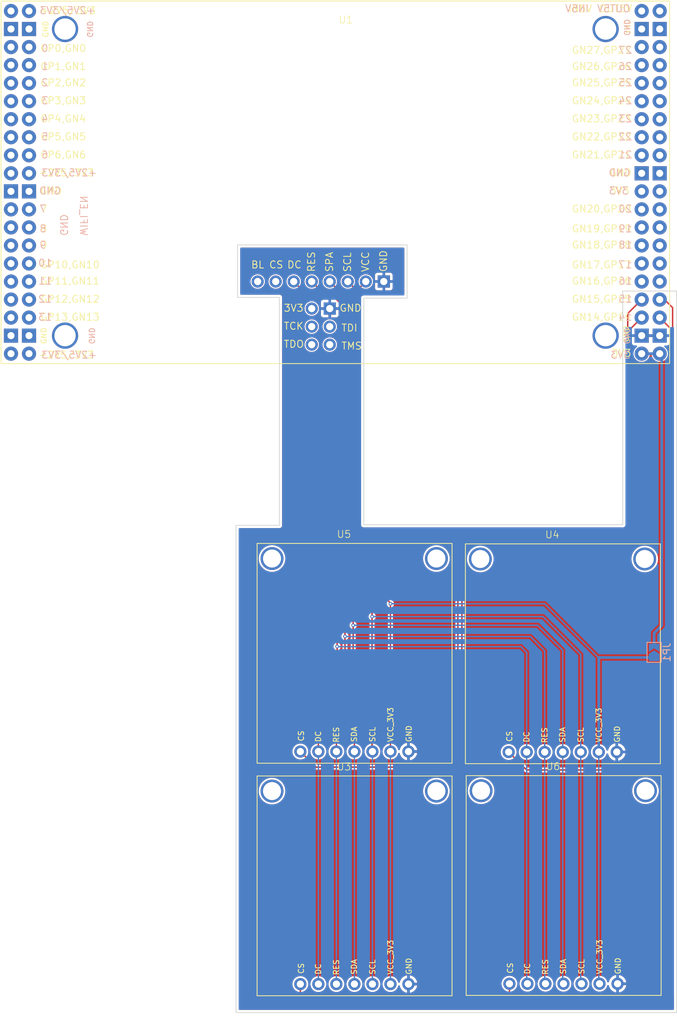
<source format=kicad_pcb>
(kicad_pcb (version 20240108) (generator "pcbnew") (generator_version "8.0")
  (layers (0 "F.Cu" signal) (31 "B.Cu" signal) (34 "B.Paste" user) (35 "F.Paste" user) (36 "B.SilkS" user "B.Silkscreen") (37 "F.SilkS" user "F.Silkscreen") (38 "B.Mask" user) (39 "F.Mask" user) (44 "Edge.Cuts" user))
  (net 0 "")
  (net 1 "GND")
  (net 14 "Net-(JP1-B)")
  (net 21 "OLED_CS_3")
  (net 29 "OLED_DC")
  (net 31 "OLED_CS_1")
  (net 32 "OLED_RST")
  (net 33 "OLED_MOSI")
  (net 36 "OLED_VCC")
  (net 41 "OLED_CS_2")
  (net 43 "OLED_SCK")
  (net 79 "OLED_CS_4")
  (footprint "Kicad Parts:OLED 0.95in 96x128 SPI_No_Bottom_Drill_Holes" (layer "F.Cu") (at 88.661 146.2208)
    (property "Reference" "U3" (at 12.1412 -1.4224 0) (layer "F.SilkS") (effects (font (thickness 0.1))))
    (property "Value" "OLED #3")
    (fp_line (start -0.1016 -0.127) (end -0.1016 30.827) (stroke (width 0.12)) (layer "F.SilkS"))
    (fp_line (start 27.351 -0.127) (end -0.1016 -0.127) (stroke (width 0.12)) (layer "F.SilkS"))
    (fp_line (start 27.351 30.827) (end -0.1016 30.827) (stroke (width 0.12)) (layer "F.SilkS"))
    (fp_line (start 27.3764 30.827) (end 27.3764 -0.127) (stroke (width 0.12)) (layer "F.SilkS"))
    (fp_text user "VCC_3V3" (at 19.1516 27.9146 90) (layer "F.SilkS") (effects (font (size 0.762 0.762) (thickness 0.127) (bold yes)) (justify left bottom)))
    (fp_text user "SDA" (at 14.0208 27.9146 90) (layer "F.SilkS") (effects (font (size 0.762 0.762) (thickness 0.127) (bold yes)) (justify left bottom)))
    (fp_text user "RES" (at 11.5062 27.9908 90) (layer "F.SilkS") (effects (font (size 0.762 0.762) (thickness 0.127) (bold yes)) (justify left bottom)))
    (fp_text user "DC" (at 8.9662 27.9146 90) (layer "F.SilkS") (effects (font (size 0.762 0.762) (thickness 0.127) (bold yes)) (justify left bottom)))
    (fp_text user "CS" (at 6.5532 27.813 90) (layer "F.SilkS") (effects (font (size 0.762 0.762) (thickness 0.127) (bold yes)) (justify left bottom)))
    (fp_text user "GND" (at 21.7424 27.9146 90) (layer "F.SilkS") (effects (font (size 0.762 0.762) (thickness 0.127) (bold yes)) (justify left bottom)))
    (fp_text user "SCL" (at 16.6116 27.9146 90) (layer "F.SilkS") (effects (font (size 0.762 0.762) (thickness 0.127) (bold yes)) (justify left bottom)))
    (pad "" np_thru_hole circle (at 2 2 270) (size 3.24 3.24) (drill 2.54) (layers "*.Cu" "*.Mask"))
    (pad "" np_thru_hole circle (at 25.174 2 270) (size 3.24 3.24) (drill 2.54) (layers "*.Cu" "*.Mask"))
    (pad "1" thru_hole oval (at 5.9944 29.183) (size 1.7272 1.7272) (drill 1.016) (layers "*.Cu" "*.Mask") (net 21 "OLED_CS_3"))
    (pad "2" thru_hole oval (at 8.5344 29.183) (size 1.7272 1.7272) (drill 1.016) (layers "*.Cu" "*.Mask") (net 29 "OLED_DC"))
    (pad "3" thru_hole oval (at 11.0744 29.183) (size 1.7272 1.7272) (drill 1.016) (layers "*.Cu" "*.Mask") (net 32 "OLED_RST"))
    (pad "4" thru_hole oval (at 13.6144 29.183) (size 1.7272 1.7272) (drill 1.016) (layers "*.Cu" "*.Mask") (net 33 "OLED_MOSI"))
    (pad "5" thru_hole oval (at 16.1544 29.183) (size 1.7272 1.7272) (drill 1.016) (layers "*.Cu" "*.Mask") (net 43 "OLED_SCK"))
    (pad "6" thru_hole oval (at 18.6944 29.183) (size 1.7272 1.7272) (drill 1.016) (layers "*.Cu" "*.Mask") (net 36 "OLED_VCC"))
    (pad "7" thru_hole oval (at 21.2344 29.183) (size 1.7272 1.7272) (drill 1.016) (layers "*.Cu" "*.Mask") (net 1 "GND"))
  )
  (footprint "Kicad Parts:OLED 0.95in 96x128 SPI_No_Bottom_Drill_Holes" (layer "F.Cu") (at 118.0235 113.5354)
    (property "Reference" "U4" (at 12.1412 -1.4224 0) (layer "F.SilkS") (effects (font (thickness 0.1))))
    (property "Value" "OLED #2")
    (fp_line (start -0.1016 -0.127) (end -0.1016 30.827) (stroke (width 0.12)) (layer "F.SilkS"))
    (fp_line (start 27.351 -0.127) (end -0.1016 -0.127) (stroke (width 0.12)) (layer "F.SilkS"))
    (fp_line (start 27.351 30.827) (end -0.1016 30.827) (stroke (width 0.12)) (layer "F.SilkS"))
    (fp_line (start 27.3764 30.827) (end 27.3764 -0.127) (stroke (width 0.12)) (layer "F.SilkS"))
    (fp_text user "SDA" (at 14.0208 27.9146 90) (layer "F.SilkS") (effects (font (size 0.762 0.762) (thickness 0.127) (bold yes)) (justify left bottom)))
    (fp_text user "SCL" (at 16.6116 27.9146 90) (layer "F.SilkS") (effects (font (size 0.762 0.762) (thickness 0.127) (bold yes)) (justify left bottom)))
    (fp_text user "VCC_3V3" (at 19.1516 27.9146 90) (layer "F.SilkS") (effects (font (size 0.762 0.762) (thickness 0.127) (bold yes)) (justify left bottom)))
    (fp_text user "CS" (at 6.5532 27.813 90) (layer "F.SilkS") (effects (font (size 0.762 0.762) (thickness 0.127) (bold yes)) (justify left bottom)))
    (fp_text user "DC" (at 8.9662 27.9146 90) (layer "F.SilkS") (effects (font (size 0.762 0.762) (thickness 0.127) (bold yes)) (justify left bottom)))
    (fp_text user "GND" (at 21.7424 27.9146 90) (layer "F.SilkS") (effects (font (size 0.762 0.762) (thickness 0.127) (bold yes)) (justify left bottom)))
    (fp_text user "RES" (at 11.5062 27.9908 90) (layer "F.SilkS") (effects (font (size 0.762 0.762) (thickness 0.127) (bold yes)) (justify left bottom)))
    (pad "" np_thru_hole circle (at 2 2 270) (size 3.24 3.24) (drill 2.54) (layers "F&B.Cu" "*.Mask"))
    (pad "" np_thru_hole circle (at 25.174 2 270) (size 3.24 3.24) (drill 2.54) (layers "F&B.Cu" "*.Mask"))
    (pad "1" thru_hole oval (at 5.9944 29.183) (size 1.7272 1.7272) (drill 1.016) (layers "*.Cu" "*.Mask") (net 41 "OLED_CS_2"))
    (pad "2" thru_hole oval (at 8.5344 29.183) (size 1.7272 1.7272) (drill 1.016) (layers "*.Cu" "*.Mask") (net 29 "OLED_DC"))
    (pad "3" thru_hole oval (at 11.0744 29.183) (size 1.7272 1.7272) (drill 1.016) (layers "*.Cu" "*.Mask") (net 32 "OLED_RST"))
    (pad "4" thru_hole oval (at 13.6144 29.183) (size 1.7272 1.7272) (drill 1.016) (layers "*.Cu" "*.Mask") (net 33 "OLED_MOSI"))
    (pad "5" thru_hole oval (at 16.1544 29.183) (size 1.7272 1.7272) (drill 1.016) (layers "*.Cu" "*.Mask") (net 43 "OLED_SCK"))
    (pad "6" thru_hole oval (at 18.6944 29.183) (size 1.7272 1.7272) (drill 1.016) (layers "*.Cu" "*.Mask") (net 36 "OLED_VCC"))
    (pad "7" thru_hole oval (at 21.2344 29.183) (size 1.7272 1.7272) (drill 1.016) (layers "*.Cu" "*.Mask") (net 1 "GND"))
  )
  (footprint "Kicad Parts:OLED 0.95in 96x128 SPI_No_Bottom_Drill_Holes" (layer "F.Cu") (at 88.661 113.4708)
    (property "Reference" "U5" (at 12.1412 -1.4224 0) (layer "F.SilkS") (effects (font (thickness 0.1))))
    (property "Value" "OLED #1")
    (fp_line (start -0.1016 -0.127) (end -0.1016 30.827) (stroke (width 0.12)) (layer "F.SilkS"))
    (fp_line (start 27.351 -0.127) (end -0.1016 -0.127) (stroke (width 0.12)) (layer "F.SilkS"))
    (fp_line (start 27.351 30.827) (end -0.1016 30.827) (stroke (width 0.12)) (layer "F.SilkS"))
    (fp_line (start 27.3764 30.827) (end 27.3764 -0.127) (stroke (width 0.12)) (layer "F.SilkS"))
    (fp_text user "SDA" (at 14.0208 27.9146 90) (layer "F.SilkS") (effects (font (size 0.762 0.762) (thickness 0.127) (bold yes)) (justify left bottom)))
    (fp_text user "GND" (at 21.7424 27.9146 90) (layer "F.SilkS") (effects (font (size 0.762 0.762) (thickness 0.127) (bold yes)) (justify left bottom)))
    (fp_text user "CS" (at 6.5532 27.813 90) (layer "F.SilkS") (effects (font (size 0.762 0.762) (thickness 0.127) (bold yes)) (justify left bottom)))
    (fp_text user "DC" (at 8.9662 27.9146 90) (layer "F.SilkS") (effects (font (size 0.762 0.762) (thickness 0.127) (bold yes)) (justify left bottom)))
    (fp_text user "RES" (at 11.5062 27.9908 90) (layer "F.SilkS") (effects (font (size 0.762 0.762) (thickness 0.127) (bold yes)) (justify left bottom)))
    (fp_text user "VCC_3V3" (at 19.1516 27.9146 90) (layer "F.SilkS") (effects (font (size 0.762 0.762) (thickness 0.127) (bold yes)) (justify left bottom)))
    (fp_text user "SCL" (at 16.6116 27.9146 90) (layer "F.SilkS") (effects (font (size 0.762 0.762) (thickness 0.127) (bold yes)) (justify left bottom)))
    (pad "" np_thru_hole circle (at 2 2 270) (size 3.24 3.24) (drill 2.54) (layers "*.Cu" "*.Mask"))
    (pad "" np_thru_hole circle (at 25.174 2 270) (size 3.24 3.24) (drill 2.54) (layers "*.Cu" "*.Mask"))
    (pad "1" thru_hole oval (at 5.9944 29.183) (size 1.7272 1.7272) (drill 1.016) (layers "*.Cu" "*.Mask") (net 31 "OLED_CS_1"))
    (pad "2" thru_hole oval (at 8.5344 29.183) (size 1.7272 1.7272) (drill 1.016) (layers "*.Cu" "*.Mask") (net 29 "OLED_DC"))
    (pad "3" thru_hole oval (at 11.0744 29.183) (size 1.7272 1.7272) (drill 1.016) (layers "*.Cu" "*.Mask") (net 32 "OLED_RST"))
    (pad "4" thru_hole oval (at 13.6144 29.183) (size 1.7272 1.7272) (drill 1.016) (layers "*.Cu" "*.Mask") (net 33 "OLED_MOSI"))
    (pad "5" thru_hole oval (at 16.1544 29.183) (size 1.7272 1.7272) (drill 1.016) (layers "*.Cu" "*.Mask") (net 43 "OLED_SCK"))
    (pad "6" thru_hole oval (at 18.6944 29.183) (size 1.7272 1.7272) (drill 1.016) (layers "*.Cu" "*.Mask") (net 36 "OLED_VCC"))
    (pad "7" thru_hole oval (at 21.2344 29.183) (size 1.7272 1.7272) (drill 1.016) (layers "*.Cu" "*.Mask") (net 1 "GND"))
  )
  (footprint "Kicad Parts:ULX3S" (layer "F.Cu") (at 52.5974 37.09)
    (property "Reference" "U1" (at 48.4652 2.52 0) (layer "F.SilkS") (effects (font (thickness 0.1))))
    (property "Value" "ULX3S")
    (fp_line (start -0.127 0) (end -0.127 50.8) (stroke (width 0.12)) (layer "F.SilkS"))
    (fp_line (start 94.107 -0.127) (end -0.127 -0.127) (stroke (width 0.12)) (layer "F.SilkS"))
    (fp_line (start 94.107 0) (end 94.107 50.8) (stroke (width 0.12)) (layer "F.SilkS"))
    (fp_line (start 94.107 50.927) (end -0.127 50.927) (stroke (width 0.12)) (layer "F.SilkS"))
    (fp_text user "22" (at 88.9 19.558 0) (layer "B.SilkS") (effects (font (thickness 0.127)) (justify left bottom mirror)))
    (fp_text user "2" (at 6.604 11.938 0) (layer "B.SilkS") (effects (font (thickness 0.127)) (justify left bottom mirror)))
    (fp_text user "19" (at 88.9 32.512 0) (layer "B.SilkS") (effects (font (thickness 0.127)) (justify left bottom mirror)))
    (fp_text user "GND" (at 87.63 48.26 -90) (layer "B.SilkS") (effects (font (size 0.762 0.762) (thickness 0.127) (bold yes)) (justify left bottom mirror)))
    (fp_text user "14" (at 88.9 44.958 0) (layer "B.SilkS") (effects (font (thickness 0.127)) (justify left bottom mirror)))
    (fp_text user "18" (at 88.9 34.798 0) (layer "B.SilkS") (effects (font (thickness 0.127)) (justify left bottom mirror)))
    (fp_text user "13" (at 7.112 44.958 0) (layer "B.SilkS") (effects (font (thickness 0.127)) (justify left bottom mirror)))
    (fp_text user "GND" (at 11.938 5.08 -90) (layer "B.SilkS") (effects (font (size 0.762 0.762) (thickness 0.127) (bold yes)) (justify left bottom mirror)))
    (fp_text user "GND" (at 88.646 24.638 0) (layer "B.SilkS") (effects (font (thickness 0.127)) (justify left bottom mirror)))
    (fp_text user "15" (at 88.9 42.418 0) (layer "B.SilkS") (effects (font (thickness 0.127)) (justify left bottom mirror)))
    (fp_text user "9" (at 6.35 34.798 0) (layer "B.SilkS") (effects (font (thickness 0.127)) (justify left bottom mirror)))
    (fp_text user "20" (at 88.9 29.718 0) (layer "B.SilkS") (effects (font (thickness 0.127)) (justify left bottom mirror)))
    (fp_text user "1" (at 6.604 9.652 0) (layer "B.SilkS") (effects (font (thickness 0.127)) (justify left bottom mirror)))
    (fp_text user "11" (at 7.112 39.878 0) (layer "B.SilkS") (effects (font (thickness 0.127)) (justify left bottom mirror)))
    (fp_text user "16" (at 88.9 39.878 0) (layer "B.SilkS") (effects (font (thickness 0.127)) (justify left bottom mirror)))
    (fp_text user "GND" (at 8.382 27.178 0) (layer "B.SilkS") (effects (font (thickness 0.127)) (justify left bottom mirror)))
    (fp_text user "8" (at 6.35 32.512 0) (layer "B.SilkS") (effects (font (thickness 0.127)) (justify left bottom mirror)))
    (fp_text user "3V3" (at 88.646 50.292 0) (layer "B.SilkS") (effects (font (thickness 0.127)) (justify left bottom mirror)))
    (fp_text user "3V3" (at 88.392 27.178 0) (layer "B.SilkS") (effects (font (thickness 0.127)) (justify left bottom mirror)))
    (fp_text user "+2V5/3V3" (at 13.462 24.638 0) (layer "B.SilkS") (effects (font (thickness 0.127)) (justify left bottom mirror)))
    (fp_text user "3" (at 6.604 14.478 0) (layer "B.SilkS") (effects (font (thickness 0.127)) (justify left bottom mirror)))
    (fp_text user "7" (at 6.35 29.718 0) (layer "B.SilkS") (effects (font (thickness 0.127)) (justify left bottom mirror)))
    (fp_text user "5" (at 6.604 19.558 0) (layer "B.SilkS") (effects (font (thickness 0.127)) (justify left bottom mirror)))
    (fp_text user "27" (at 88.9 7.366 0) (layer "B.SilkS") (effects (font (thickness 0.127)) (justify left bottom mirror)))
    (fp_text user "25" (at 88.9 11.938 0) (layer "B.SilkS") (effects (font (thickness 0.127)) (justify left bottom mirror)))
    (fp_text user "12" (at 7.112 42.418 0) (layer "B.SilkS") (effects (font (thickness 0.127)) (justify left bottom mirror)))
    (fp_text user "OUT5V" (at 88.646 1.524 0) (layer "B.SilkS") (effects (font (thickness 0.127)) (justify left bottom mirror)))
    (fp_text user "10" (at 7.112 37.338 0) (layer "B.SilkS") (effects (font (thickness 0.127)) (justify left bottom mirror)))
    (fp_text user "6" (at 6.604 22.098 0) (layer "B.SilkS") (effects (font (thickness 0.127)) (justify left bottom mirror)))
    (fp_text user "GND" (at 8.128 33.02 -90) (layer "B.SilkS") (effects (font (thickness 0.127)) (justify left bottom mirror)))
    (fp_text user "GND" (at 12.192 48.26 -90) (layer "B.SilkS") (effects (font (size 0.762 0.762) (thickness 0.127) (bold yes)) (justify left bottom mirror)))
    (fp_text user "GND" (at 87.63 4.826 -90) (layer "B.SilkS") (effects (font (size 0.762 0.762) (thickness 0.127) (bold yes)) (justify left bottom mirror)))
    (fp_text user "WIFI_EN" (at 10.922 33.02 -90) (layer "B.SilkS") (effects (font (thickness 0.127)) (justify left bottom mirror)))
    (fp_text user "23" (at 88.9 17.018 0) (layer "B.SilkS") (effects (font (thickness 0.127)) (justify left bottom mirror)))
    (fp_text user "4" (at 6.604 17.018 0) (layer "B.SilkS") (effects (font (thickness 0.127)) (justify left bottom mirror)))
    (fp_text user "IN5V" (at 82.804 1.524 0) (layer "B.SilkS") (effects (font (thickness 0.127)) (justify left bottom mirror)))
    (fp_text user "17" (at 88.9 37.592 0) (layer "B.SilkS") (effects (font (thickness 0.127)) (justify left bottom mirror)))
    (fp_text user "+2V5/3V3" (at 13.462 50.292 0) (layer "B.SilkS") (effects (font (thickness 0.127)) (justify left bottom mirror)))
    (fp_text user "21" (at 88.9 22.098 0) (layer "B.SilkS") (effects (font (thickness 0.127)) (justify left bottom mirror)))
    (fp_text user "0" (at 6.604 7.112 0) (layer "B.SilkS") (effects (font (thickness 0.127)) (justify left bottom mirror)))
    (fp_text user "+2V5/3V3" (at 13.208 1.778 0) (layer "B.SilkS") (effects (font (thickness 0.127)) (justify left bottom mirror)))
    (fp_text user "24" (at 88.9 14.478 0) (layer "B.SilkS") (effects (font (thickness 0.127)) (justify left bottom mirror)))
    (fp_text user "26" (at 88.9 9.652 0) (layer "B.SilkS") (effects (font (thickness 0.127)) (justify left bottom mirror)))
    (fp_text user "OUT5V" (at 84.074 1.524 0) (layer "F.SilkS") (effects (font (thickness 0.127)) (justify left bottom)))
    (fp_text user "7" (at 5.334 29.718 0) (layer "F.SilkS") (effects (font (thickness 0.127)) (justify left bottom)))
    (fp_text user "DC" (at 40.132 37.592 0) (layer "F.SilkS") (effects (font (thickness 0.127)) (justify left bottom)))
    (fp_text user "RES" (at 44.196 38.1 90) (layer "F.SilkS") (effects (font (thickness 0.127)) (justify left bottom)))
    (fp_text user "BL" (at 35.052 37.592 0) (layer "F.SilkS") (effects (font (thickness 0.127)) (justify left bottom)))
    (fp_text user "GP10,GN10" (at 5.334 37.592 0) (layer "F.SilkS") (effects (font (thickness 0.127)) (justify left bottom)))
    (fp_text user "GN22,GP22" (at 80.264 19.558 0) (layer "F.SilkS") (effects (font (thickness 0.127)) (justify left bottom)))
    (fp_text user "GND" (at 88.646 4.826 90) (layer "F.SilkS") (effects (font (size 0.762 0.762) (thickness 0.127) (bold yes)) (justify left bottom)))
    (fp_text user "CS" (at 37.592 37.592 0) (layer "F.SilkS") (effects (font (thickness 0.127)) (justify left bottom)))
    (fp_text user "GND" (at 85.598 24.638 0) (layer "F.SilkS") (effects (font (thickness 0.127)) (justify left bottom)))
    (fp_text user "+2V5/3V3" (at 5.08 50.292 0) (layer "F.SilkS") (effects (font (thickness 0.127)) (justify left bottom)))
    (fp_text user "9" (at 5.334 34.798 0) (layer "F.SilkS") (effects (font (thickness 0.127)) (justify left bottom)))
    (fp_text user "GND" (at 47.5234 43.688 0) (layer "F.SilkS") (effects (font (thickness 0.127)) (justify left bottom)))
    (fp_text user "GND" (at 54.356 38.1 90) (layer "F.SilkS") (effects (font (thickness 0.127)) (justify left bottom)))
    (fp_text user "GN27,GP27" (at 80.264 7.366 0) (layer "F.SilkS") (effects (font (thickness 0.127)) (justify left bottom)))
    (fp_text user "GN15,GP15" (at 80.264 42.418 0) (layer "F.SilkS") (effects (font (thickness 0.127)) (justify left bottom)))
    (fp_text user "GN26,GP26" (at 80.264 9.652 0) (layer "F.SilkS") (effects (font (thickness 0.127)) (justify left bottom)))
    (fp_text user "GP11,GN11" (at 5.334 39.878 0) (layer "F.SilkS") (effects (font (thickness 0.127)) (justify left bottom)))
    (fp_text user "GP6,GN6" (at 5.334 22.098 0) (layer "F.SilkS") (effects (font (thickness 0.127)) (justify left bottom)))
    (fp_text user "TDI" (at 47.7774 46.482 0) (layer "F.SilkS") (effects (font (thickness 0.127)) (justify left bottom)))
    (fp_text user "GP3,GN3" (at 5.334 14.478 0) (layer "F.SilkS") (effects (font (thickness 0.127)) (justify left bottom)))
    (fp_text user "SPA" (at 46.736 38.1 90) (layer "F.SilkS") (effects (font (thickness 0.127)) (justify left bottom)))
    (fp_text user "GN17,GP17" (at 80.264 37.592 0) (layer "F.SilkS") (effects (font (thickness 0.127)) (justify left bottom)))
    (fp_text user "GN19,GP19" (at 80.264 32.512 0) (layer "F.SilkS") (effects (font (thickness 0.127)) (justify left bottom)))
    (fp_text user "3V3" (at 85.852 50.038 0) (layer "F.SilkS") (effects (font (thickness 0.127)) (justify left bottom)))
    (fp_text user "GN25,GP25" (at 80.264 11.938 0) (layer "F.SilkS") (effects (font (thickness 0.127)) (justify left bottom)))
    (fp_text user "GN23,GP23" (at 80.264 17.018 0) (layer "F.SilkS") (effects (font (thickness 0.127)) (justify left bottom)))
    (fp_text user "+2V5/3V3" (at 5.334 1.778 0) (layer "F.SilkS") (effects (font (thickness 0.127)) (justify left bottom)))
    (fp_text user "TMS" (at 47.7774 49.022 0) (layer "F.SilkS") (effects (font (thickness 0.127)) (justify left bottom)))
    (fp_text user "GN21,GP21" (at 80.264 22.098 0) (layer "F.SilkS") (effects (font (thickness 0.127)) (justify left bottom)))
    (fp_text user "SCL" (at 49.276 38.1 90) (layer "F.SilkS") (effects (font (thickness 0.127)) (justify left bottom)))
    (fp_text user "GP0,GN0" (at 5.334 7.112 0) (layer "F.SilkS") (effects (font (thickness 0.127)) (justify left bottom)))
    (fp_text user "3V3" (at 85.598 27.178 0) (layer "F.SilkS") (effects (font (thickness 0.127)) (justify left bottom)))
    (fp_text user "GND" (at 5.334 27.178 0) (layer "F.SilkS") (effects (font (thickness 0.127)) (justify left bottom)))
    (fp_text user "GND" (at 6.604 5.08 90) (layer "F.SilkS") (effects (font (size 0.762 0.762) (thickness 0.127) (bold yes)) (justify left bottom)))
    (fp_text user "GN14,GP14" (at 80.264 44.958 0) (layer "F.SilkS") (effects (font (thickness 0.127)) (justify left bottom)))
    (fp_text user "GP5,GN5" (at 5.334 19.558 0) (layer "F.SilkS") (effects (font (thickness 0.127)) (justify left bottom)))
    (fp_text user "VCC" (at 51.816 38.1 90) (layer "F.SilkS") (effects (font (thickness 0.127)) (justify left bottom)))
    (fp_text user "3V3" (at 39.6494 43.688 0) (layer "F.SilkS") (effects (font (thickness 0.127)) (justify left bottom)))
    (fp_text user "GND" (at 88.392 48.006 90) (layer "F.SilkS") (effects (font (size 0.762 0.762) (thickness 0.127) (bold yes)) (justify left bottom)))
    (fp_text user "GN16,GP16" (at 80.264 39.878 0) (layer "F.SilkS") (effects (font (thickness 0.127)) (justify left bottom)))
    (fp_text user "GP4,GN4" (at 5.334 17.018 0) (layer "F.SilkS") (effects (font (thickness 0.127)) (justify left bottom)))
    (fp_text user "GP12,GN12" (at 5.334 42.418 0) (layer "F.SilkS") (effects (font (thickness 0.127)) (justify left bottom)))
    (fp_text user "TCK" (at 39.6494 46.228 0) (layer "F.SilkS") (effects (font (thickness 0.127)) (justify left bottom)))
    (fp_text user "8" (at 5.334 32.512 0) (layer "F.SilkS") (effects (font (thickness 0.127)) (justify left bottom)))
    (fp_text user "GP13,GN13" (at 5.334 44.958 0) (layer "F.SilkS") (effects (font (thickness 0.127)) (justify left bottom)))
    (fp_text user "GN20,GP20" (at 80.264 29.718 0) (layer "F.SilkS") (effects (font (thickness 0.127)) (justify left bottom)))
    (fp_text user "GN24,GP24" (at 80.264 14.478 0) (layer "F.SilkS") (effects (font (thickness 0.127)) (justify left bottom)))
    (fp_text user "IN5V" (at 79.756 1.524 0) (layer "F.SilkS") (effects (font (thickness 0.127)) (justify left bottom)))
    (fp_text user "+2V5/3V3" (at 5.08 24.638 0) (layer "F.SilkS") (effects (font (thickness 0.127)) (justify left bottom)))
    (fp_text user "GN18,GP18" (at 80.264 34.798 0) (layer "F.SilkS") (effects (font (thickness 0.127)) (justify left bottom)))
    (fp_text user "GND" (at 6.35 48.26 90) (layer "F.SilkS") (effects (font (size 0.762 0.762) (thickness 0.127) (bold yes)) (justify left bottom)))
    (fp_text user "TDO" (at 39.6494 48.768 0) (layer "F.SilkS") (effects (font (thickness 0.127)) (justify left bottom)))
    (fp_text user "GP2,GN2" (at 5.334 11.938 0) (layer "F.SilkS") (effects (font (thickness 0.127)) (justify left bottom)))
    (fp_text user "GP1,GN1" (at 5.334 9.652 0) (layer "F.SilkS") (effects (font (thickness 0.127)) (justify left bottom)))
    (pad "" np_thru_hole circle (at 8.89 3.81 270) (size 3.7 3.7) (drill 3) (layers "*.Cu" "*.Mask"))
    (pad "" np_thru_hole circle (at 8.89 46.99 270) (size 3.7 3.7) (drill 3) (layers "*.Cu" "*.Mask"))
    (pad "" np_thru_hole circle (at 85.09 3.81 90) (size 3.7 3.7) (drill 3) (layers "*.Cu" "*.Mask"))
    (pad "" np_thru_hole circle (at 85.09 46.99 90) (size 3.7 3.7) (drill 3) (layers "*.Cu" "*.Mask"))
    (pad "1" thru_hole oval (at 1.27 1.27) (size 2.00025 2.00025) (drill 0.999998) (layers "*.Cu" "*.Mask"))
    (pad "2" thru_hole oval (at 3.81 1.27) (size 2.00025 2.00025) (drill 0.999998) (layers "*.Cu" "*.Mask"))
    (pad "3" thru_hole rect (at 1.27 3.81) (size 2.00025 2.00025) (drill 0.999998) (layers "*.Cu" "*.Mask") (net 1 "GND"))
    (pad "4" thru_hole rect (at 3.81 3.81) (size 2.00025 2.00025) (drill 0.999998) (layers "*.Cu" "*.Mask") (net 1 "GND"))
    (pad "5" thru_hole oval (at 1.27 6.35) (size 2.00025 2.00025) (drill 0.999998) (layers "*.Cu" "*.Mask"))
    (pad "6" thru_hole oval (at 3.81 6.35) (size 2.00025 2.00025) (drill 0.999998) (layers "*.Cu" "*.Mask"))
    (pad "7" thru_hole oval (at 1.27 8.89) (size 2.00025 2.00025) (drill 0.999998) (layers "*.Cu" "*.Mask"))
    (pad "8" thru_hole oval (at 3.81 8.89) (size 2.00025 2.00025) (drill 0.999998) (layers "*.Cu" "*.Mask"))
    (pad "9" thru_hole oval (at 1.27 11.43) (size 2.00025 2.00025) (drill 0.999998) (layers "*.Cu" "*.Mask"))
    (pad "10" thru_hole oval (at 3.81 11.43) (size 2.00025 2.00025) (drill 0.999998) (layers "*.Cu" "*.Mask"))
    (pad "11" thru_hole oval (at 1.27 13.97) (size 2.00025 2.00025) (drill 0.999998) (layers "*.Cu" "*.Mask"))
    (pad "12" thru_hole oval (at 3.81 13.97) (size 2.00025 2.00025) (drill 0.999998) (layers "*.Cu" "*.Mask"))
    (pad "13" thru_hole oval (at 1.27 16.51) (size 2.00025 2.00025) (drill 0.999998) (layers "*.Cu" "*.Mask"))
    (pad "14" thru_hole oval (at 3.81 16.51) (size 2.00025 2.00025) (drill 0.999998) (layers "*.Cu" "*.Mask"))
    (pad "15" thru_hole oval (at 1.27 19.05) (size 2.00025 2.00025) (drill 0.999998) (layers "*.Cu" "*.Mask"))
    (pad "16" thru_hole oval (at 3.81 19.05) (size 2.00025 2.00025) (drill 0.999998) (layers "*.Cu" "*.Mask"))
    (pad "17" thru_hole oval (at 1.27 21.59) (size 2.00025 2.00025) (drill 0.999998) (layers "*.Cu" "*.Mask"))
    (pad "18" thru_hole oval (at 3.81 21.59) (size 2.00025 2.00025) (drill 0.999998) (layers "*.Cu" "*.Mask"))
    (pad "19" thru_hole oval (at 1.27 24.13) (size 2.00025 2.00025) (drill 0.999998) (layers "*.Cu" "*.Mask"))
    (pad "20" thru_hole oval (at 3.81 24.13) (size 2.00025 2.00025) (drill 0.999998) (layers "*.Cu" "*.Mask"))
    (pad "21" thru_hole rect (at 1.27 26.67) (size 2.00025 2.00025) (drill 0.999998) (layers "*.Cu" "*.Mask") (net 1 "GND"))
    (pad "22" thru_hole rect (at 3.81 26.67) (size 2.00025 2.00025) (drill 0.999998) (layers "*.Cu" "*.Mask") (net 1 "GND"))
    (pad "23" thru_hole oval (at 1.27 29.21) (size 2.00025 2.00025) (drill 0.999998) (layers "*.Cu" "*.Mask"))
    (pad "24" thru_hole oval (at 3.81 29.21) (size 2.00025 2.00025) (drill 0.999998) (layers "*.Cu" "*.Mask"))
    (pad "25" thru_hole oval (at 1.27 31.75) (size 2.00025 2.00025) (drill 0.999998) (layers "*.Cu" "*.Mask"))
    (pad "26" thru_hole oval (at 3.81 31.75) (size 2.00025 2.00025) (drill 0.999998) (layers "*.Cu" "*.Mask"))
    (pad "27" thru_hole oval (at 1.27 34.29) (size 2.00025 2.00025) (drill 0.999998) (layers "*.Cu" "*.Mask"))
    (pad "28" thru_hole oval (at 3.81 34.29) (size 2.00025 2.00025) (drill 0.999998) (layers "*.Cu" "*.Mask"))
    (pad "29" thru_hole oval (at 1.27 36.83) (size 2.00025 2.00025) (drill 0.999998) (layers "*.Cu" "*.Mask"))
    (pad "30" thru_hole oval (at 3.81 36.83) (size 2.00025 2.00025) (drill 0.999998) (layers "*.Cu" "*.Mask"))
    (pad "31" thru_hole oval (at 1.27 39.37) (size 2.00025 2.00025) (drill 0.999998) (layers "*.Cu" "*.Mask"))
    (pad "32" thru_hole oval (at 3.81 39.37) (size 2.00025 2.00025) (drill 0.999998) (layers "*.Cu" "*.Mask"))
    (pad "33" thru_hole oval (at 1.27 41.91) (size 2.00025 2.00025) (drill 0.999998) (layers "*.Cu" "*.Mask"))
    (pad "34" thru_hole oval (at 3.81 41.91) (size 2.00025 2.00025) (drill 0.999998) (layers "*.Cu" "*.Mask"))
    (pad "35" thru_hole oval (at 1.27 44.45) (size 2.00025 2.00025) (drill 0.999998) (layers "*.Cu" "*.Mask"))
    (pad "36" thru_hole oval (at 3.81 44.45) (size 2.00025 2.00025) (drill 0.999998) (layers "*.Cu" "*.Mask"))
    (pad "37" thru_hole rect (at 1.27 46.99) (size 2.00025 2.00025) (drill 0.999998) (layers "*.Cu" "*.Mask") (net 1 "GND"))
    (pad "38" thru_hole rect (at 3.81 46.99) (size 2.00025 2.00025) (drill 0.999998) (layers "*.Cu" "*.Mask") (net 1 "GND"))
    (pad "39" thru_hole oval (at 1.27 49.53) (size 2.00025 2.00025) (drill 0.999998) (layers "*.Cu" "*.Mask"))
    (pad "40" thru_hole oval (at 3.81 49.53) (size 2.00025 2.00025) (drill 0.999998) (layers "*.Cu" "*.Mask"))
    (pad "41" thru_hole oval (at 90.17 1.27 180) (size 2.00025 2.00025) (drill 0.999998) (layers "*.Cu" "*.Mask"))
    (pad "42" thru_hole oval (at 92.71 1.27 180) (size 2.00025 2.00025) (drill 0.999998) (layers "*.Cu" "*.Mask"))
    (pad "43" thru_hole rect (at 90.17 3.81 180) (size 2.00025 2.00025) (drill 0.999998) (layers "*.Cu" "*.Mask") (net 1 "GND"))
    (pad "44" thru_hole rect (at 92.71 3.81 180) (size 2.00025 2.00025) (drill 0.999998) (layers "*.Cu" "*.Mask") (net 1 "GND"))
    (pad "45" thru_hole oval (at 90.17 6.35 180) (size 2.00025 2.00025) (drill 0.999998) (layers "*.Cu" "*.Mask"))
    (pad "46" thru_hole oval (at 92.71 6.35 180) (size 2.00025 2.00025) (drill 0.999998) (layers "*.Cu" "*.Mask"))
    (pad "47" thru_hole oval (at 90.17 8.89 180) (size 2.00025 2.00025) (drill 0.999998) (layers "*.Cu" "*.Mask"))
    (pad "48" thru_hole oval (at 92.71 8.89 180) (size 2.00025 2.00025) (drill 0.999998) (layers "*.Cu" "*.Mask"))
    (pad "49" thru_hole oval (at 90.17 11.43 180) (size 2.00025 2.00025) (drill 0.999998) (layers "*.Cu" "*.Mask"))
    (pad "50" thru_hole oval (at 92.71 11.43 180) (size 2.00025 2.00025) (drill 0.999998) (layers "*.Cu" "*.Mask"))
    (pad "51" thru_hole oval (at 90.17 13.97 180) (size 2.00025 2.00025) (drill 0.999998) (layers "*.Cu" "*.Mask"))
    (pad "52" thru_hole oval (at 92.71 13.97 180) (size 2.00025 2.00025) (drill 0.999998) (layers "*.Cu" "*.Mask"))
    (pad "53" thru_hole oval (at 90.17 16.51 180) (size 2.00025 2.00025) (drill 0.999998) (layers "*.Cu" "*.Mask"))
    (pad "54" thru_hole oval (at 92.71 16.51 180) (size 2.00025 2.00025) (drill 0.999998) (layers "*.Cu" "*.Mask"))
    (pad "55" thru_hole oval (at 90.17 19.05 180) (size 2.00025 2.00025) (drill 0.999998) (layers "*.Cu" "*.Mask"))
    (pad "56" thru_hole oval (at 92.71 19.05 180) (size 2.00025 2.00025) (drill 0.999998) (layers "*.Cu" "*.Mask"))
    (pad "57" thru_hole oval (at 90.17 21.59 180) (size 2.00025 2.00025) (drill 0.999998) (layers "*.Cu" "*.Mask"))
    (pad "58" thru_hole oval (at 92.71 21.59 180) (size 2.00025 2.00025) (drill 0.999998) (layers "*.Cu" "*.Mask"))
    (pad "59" thru_hole rect (at 90.17 24.13 180) (size 2.00025 2.00025) (drill 0.999998) (layers "*.Cu" "*.Mask") (net 1 "GND"))
    (pad "60" thru_hole rect (at 92.71 24.13 180) (size 2.00025 2.00025) (drill 0.999998) (layers "*.Cu" "*.Mask") (net 1 "GND"))
    (pad "61" thru_hole oval (at 90.17 26.67 180) (size 2.00025 2.00025) (drill 0.999998) (layers "*.Cu" "*.Mask"))
    (pad "62" thru_hole oval (at 92.71 26.67 180) (size 2.00025 2.00025) (drill 0.999998) (layers "*.Cu" "*.Mask"))
    (pad "63" thru_hole oval (at 90.17 29.21 180) (size 2.00025 2.00025) (drill 0.999998) (layers "*.Cu" "*.Mask"))
    (pad "64" thru_hole oval (at 92.71 29.21 180) (size 2.00025 2.00025) (drill 0.999998) (layers "*.Cu" "*.Mask"))
    (pad "65" thru_hole oval (at 90.17 31.75 180) (size 2.00025 2.00025) (drill 0.999998) (layers "*.Cu" "*.Mask"))
    (pad "66" thru_hole oval (at 92.71 31.75 180) (size 2.00025 2.00025) (drill 0.999998) (layers "*.Cu" "*.Mask"))
    (pad "67" thru_hole oval (at 90.17 34.29 180) (size 2.00025 2.00025) (drill 0.999998) (layers "*.Cu" "*.Mask"))
    (pad "68" thru_hole oval (at 92.71 34.29 180) (size 2.00025 2.00025) (drill 0.999998) (layers "*.Cu" "*.Mask"))
    (pad "69" thru_hole oval (at 90.17 36.83 180) (size 2.00025 2.00025) (drill 0.999998) (layers "*.Cu" "*.Mask"))
    (pad "70" thru_hole oval (at 92.71 36.83 180) (size 2.00025 2.00025) (drill 0.999998) (layers "*.Cu" "*.Mask"))
    (pad "71" thru_hole oval (at 90.17 39.37 180) (size 2.00025 2.00025) (drill 0.999998) (layers "*.Cu" "*.Mask"))
    (pad "72" thru_hole oval (at 92.71 39.37 180) (size 2.00025 2.00025) (drill 0.999998) (layers "*.Cu" "*.Mask"))
    (pad "73" thru_hole oval (at 90.17 41.91 180) (size 2.00025 2.00025) (drill 0.999998) (layers "*.Cu" "*.Mask") (net 31 "OLED_CS_1"))
    (pad "74" thru_hole oval (at 92.71 41.91 180) (size 2.00025 2.00025) (drill 0.999998) (layers "*.Cu" "*.Mask") (net 79 "OLED_CS_4"))
    (pad "75" thru_hole oval (at 90.17 44.45 180) (size 2.00025 2.00025) (drill 0.999998) (layers "*.Cu" "*.Mask") (net 21 "OLED_CS_3"))
    (pad "76" thru_hole oval (at 92.71 44.45 180) (size 2.00025 2.00025) (drill 0.999998) (layers "*.Cu" "*.Mask") (net 41 "OLED_CS_2"))
    (pad "77" thru_hole rect (at 90.17 46.99 180) (size 2.00025 2.00025) (drill 0.999998) (layers "*.Cu" "*.Mask") (net 1 "GND"))
    (pad "78" thru_hole rect (at 92.71 46.99 180) (size 2.00025 2.00025) (drill 0.999998) (layers "*.Cu" "*.Mask") (net 1 "GND"))
    (pad "79" thru_hole oval (at 90.17 49.53 180) (size 2.00025 2.00025) (drill 0.999998) (layers "*.Cu" "*.Mask") (net 14 "Net-(JP1-B)"))
    (pad "80" thru_hole oval (at 92.71 49.53 180) (size 2.00025 2.00025) (drill 0.999998) (layers "*.Cu" "*.Mask") (net 14 "Net-(JP1-B)"))
    (pad "81" thru_hole oval (at 36.0426 39.37) (size 1.7272 1.7272) (drill 1.016) (layers "*.Cu" "*.Mask"))
    (pad "82" thru_hole oval (at 38.5826 39.37) (size 1.7272 1.7272) (drill 1.016) (layers "*.Cu" "*.Mask"))
    (pad "83" thru_hole oval (at 41.1226 39.37) (size 1.7272 1.7272) (drill 1.016) (layers "*.Cu" "*.Mask") (net 29 "OLED_DC"))
    (pad "84" thru_hole oval (at 43.6626 39.37) (size 1.7272 1.7272) (drill 1.016) (layers "*.Cu" "*.Mask") (net 32 "OLED_RST"))
    (pad "85" thru_hole oval (at 46.2026 39.37) (size 1.7272 1.7272) (drill 1.016) (layers "*.Cu" "*.Mask") (net 33 "OLED_MOSI"))
    (pad "86" thru_hole oval (at 48.7426 39.37) (size 1.7272 1.7272) (drill 1.016) (layers "*.Cu" "*.Mask") (net 43 "OLED_SCK"))
    (pad "87" thru_hole oval (at 51.2826 39.37) (size 1.7272 1.7272) (drill 1.016) (layers "*.Cu" "*.Mask") (net 36 "OLED_VCC"))
    (pad "88" thru_hole rect (at 53.8226 39.37) (size 1.7272 1.7272) (drill 1.016) (layers "*.Cu" "*.Mask") (net 1 "GND"))
    (pad "89" thru_hole oval (at 43.6626 43.18) (size 1.7272 1.7272) (drill 1.016) (layers "*.Cu" "*.Mask"))
    (pad "90" thru_hole rect (at 46.2026 43.18) (size 1.7272 1.7272) (drill 1.016) (layers "*.Cu" "*.Mask") (net 1 "GND"))
    (pad "91" thru_hole oval (at 43.6626 45.72) (size 1.7272 1.7272) (drill 1.016) (layers "*.Cu" "*.Mask"))
    (pad "92" thru_hole oval (at 46.2026 45.72) (size 1.7272 1.7272) (drill 1.016) (layers "*.Cu" "*.Mask"))
    (pad "93" thru_hole oval (at 43.6626 48.26) (size 1.7272 1.7272) (drill 1.016) (layers "*.Cu" "*.Mask"))
    (pad "94" thru_hole oval (at 46.2026 48.26) (size 1.7272 1.7272) (drill 1.016) (layers "*.Cu" "*.Mask"))
  )
  (footprint "Kicad Parts:OLED 0.95in 96x128 SPI_No_Bottom_Drill_Holes" (layer "F.Cu") (at 118.131 146.1708)
    (property "Reference" "U6" (at 12.1412 -1.4224 0) (layer "F.SilkS") (effects (font (thickness 0.1))))
    (property "Value" "OLED #4")
    (fp_line (start -0.1016 -0.127) (end -0.1016 30.827) (stroke (width 0.12)) (layer "F.SilkS"))
    (fp_line (start 27.351 -0.127) (end -0.1016 -0.127) (stroke (width 0.12)) (layer "F.SilkS"))
    (fp_line (start 27.351 30.827) (end -0.1016 30.827) (stroke (width 0.12)) (layer "F.SilkS"))
    (fp_line (start 27.3764 30.827) (end 27.3764 -0.127) (stroke (width 0.12)) (layer "F.SilkS"))
    (fp_text user "SCL" (at 16.6116 27.9146 90) (layer "F.SilkS") (effects (font (size 0.762 0.762) (thickness 0.127) (bold yes)) (justify left bottom)))
    (fp_text user "VCC_3V3" (at 19.1516 27.9146 90) (layer "F.SilkS") (effects (font (size 0.762 0.762) (thickness 0.127) (bold yes)) (justify left bottom)))
    (fp_text user "CS" (at 6.5532 27.813 90) (layer "F.SilkS") (effects (font (size 0.762 0.762) (thickness 0.127) (bold yes)) (justify left bottom)))
    (fp_text user "RES" (at 11.5062 27.9908 90) (layer "F.SilkS") (effects (font (size 0.762 0.762) (thickness 0.127) (bold yes)) (justify left bottom)))
    (fp_text user "GND" (at 21.7424 27.9146 90) (layer "F.SilkS") (effects (font (size 0.762 0.762) (thickness 0.127) (bold yes)) (justify left bottom)))
    (fp_text user "DC" (at 8.9662 27.9146 90) (layer "F.SilkS") (effects (font (size 0.762 0.762) (thickness 0.127) (bold yes)) (justify left bottom)))
    (fp_text user "SDA" (at 14.0208 27.9146 90) (layer "F.SilkS") (effects (font (size 0.762 0.762) (thickness 0.127) (bold yes)) (justify left bottom)))
    (pad "" np_thru_hole circle (at 2 2 270) (size 3.24 3.24) (drill 2.54) (layers "*.Cu" "*.Mask"))
    (pad "" np_thru_hole circle (at 25.174 2 270) (size 3.24 3.24) (drill 2.54) (layers "*.Cu" "*.Mask"))
    (pad "1" thru_hole oval (at 5.9944 29.183) (size 1.7272 1.7272) (drill 1.016) (layers "*.Cu" "*.Mask") (net 79 "OLED_CS_4"))
    (pad "2" thru_hole oval (at 8.5344 29.183) (size 1.7272 1.7272) (drill 1.016) (layers "*.Cu" "*.Mask") (net 29 "OLED_DC"))
    (pad "3" thru_hole oval (at 11.0744 29.183) (size 1.7272 1.7272) (drill 1.016) (layers "*.Cu" "*.Mask") (net 32 "OLED_RST"))
    (pad "4" thru_hole oval (at 13.6144 29.183) (size 1.7272 1.7272) (drill 1.016) (layers "*.Cu" "*.Mask") (net 33 "OLED_MOSI"))
    (pad "5" thru_hole oval (at 16.1544 29.183) (size 1.7272 1.7272) (drill 1.016) (layers "*.Cu" "*.Mask") (net 43 "OLED_SCK"))
    (pad "6" thru_hole oval (at 18.6944 29.183) (size 1.7272 1.7272) (drill 1.016) (layers "*.Cu" "*.Mask") (net 36 "OLED_VCC"))
    (pad "7" thru_hole oval (at 21.2344 29.183) (size 1.7272 1.7272) (drill 1.016) (layers "*.Cu" "*.Mask") (net 1 "GND"))
  )
  (footprint "Jumper:SolderJumper-2_P1.3mm_Open_TrianglePad1.0x1.5mm" (layer "B.Cu") (at 144.52 128.685 90)
    (property "Reference" "JP1" (at 0 1.8 -90) (layer "B.SilkS") (effects (justify mirror)))
    (property "Value" "SolderJumper_2_Open")
    (fp_line (start 1.4 -1) (end 1.4 1) (stroke (width 0.12)) (layer "B.SilkS"))
    (fp_line (start -1.4 -1) (end 1.4 -1) (stroke (width 0.12)) (layer "B.SilkS"))
    (fp_line (start 1.4 1) (end -1.4 1) (stroke (width 0.12)) (layer "B.SilkS"))
    (fp_line (start -1.4 1) (end -1.4 -1) (stroke (width 0.12)) (layer "B.SilkS"))
    (pad "1" smd custom (at -0.725 0 90) (size 0.3 0.3) (layers "B.Cu" "B.Mask") (net 36 "OLED_VCC") (options (clearance outline) (anchor rect)) (primitives (gr_poly (pts (xy 1 0) (xy 0.5 -0.75) (xy -0.5 -0.75) (xy -0.5 0.75) (xy 0.5 0.75)) (width 0) (fill yes))))
    (pad "2" smd custom (at 0.725 0 90) (size 0.3 0.3) (layers "B.Cu" "B.Mask") (net 14 "Net-(JP1-B)") (options (clearance outline) (anchor rect)) (primitives (gr_poly (pts (xy 0.5 -0.75) (xy -0.65 -0.75) (xy -0.15 0) (xy -0.65 0.75) (xy 0.5 0.75)) (width 0) (fill yes))))
  )
  (gr_line (start 147.7 77.8) (end 140.1 77.8) (stroke (width 0.1016)) (layer "Edge.Cuts"))
  (gr_line (start 85.58 110.8) (end 85.58 179.42) (stroke (width 0.1016)) (layer "Edge.Cuts"))
  (gr_line (start 85.8 71.3) (end 85.8 78.7) (stroke (width 0.1016)) (layer "Edge.Cuts"))
  (gr_line (start 140.1 110.7) (end 140.1 77.8) (stroke (width 0.1016)) (layer "Edge.Cuts"))
  (gr_line (start 147.7 179.42) (end 147.7 77.8) (stroke (width 0.1016)) (layer "Edge.Cuts"))
  (gr_line (start 103.6 78.8) (end 109.7 78.8) (stroke (width 0.1016)) (layer "Edge.Cuts"))
  (gr_line (start 140.1 110.7) (end 103.6 110.7) (stroke (width 0.1016)) (layer "Edge.Cuts"))
  (gr_line (start 91.7 78.7) (end 91.7 110.8) (stroke (width 0.1016)) (layer "Edge.Cuts"))
  (gr_line (start 109.7 78.8) (end 109.7 71.3) (stroke (width 0.1016)) (layer "Edge.Cuts"))
  (gr_line (start 109.7 71.3) (end 85.8 71.3) (stroke (width 0.1016)) (layer "Edge.Cuts"))
  (gr_line (start 91.7 110.8) (end 85.58 110.8) (stroke (width 0.1016)) (layer "Edge.Cuts"))
  (gr_line (start 85.8 78.7) (end 91.7 78.7) (stroke (width 0.1016)) (layer "Edge.Cuts"))
  (gr_line (start 85.58 179.42) (end 147.7 179.42) (stroke (width 0.1016)) (layer "Edge.Cuts"))
  (gr_line (start 103.6 110.7) (end 103.6 78.8) (stroke (width 0.1016)) (layer "Edge.Cuts"))
  (segment (start 144.52 125.97) (end 144.52 127.96) (width 0.381) (layer "B.Cu") (net 14))
  (segment (start 145.3074 86.62) (end 145.6 86.9126) (width 0.381) (layer "B.Cu") (net 14))
  (segment (start 145.6 124.89) (end 144.52 125.97) (width 0.381) (layer "B.Cu") (net 14))
  (segment (start 145.6 86.9126) (end 145.6 124.89) (width 0.381) (layer "B.Cu") (net 14))
  (segment (start 142.7674 86.62) (end 145.3074 86.62) (width 0.381) (layer "B.Cu") (net 14))
  (segment (start 94.6554 177.4528) (end 94.6554 175.4038) (width 0.2032) (layer "F.Cu") (net 21))
  (segment (start 120.19 112.43) (end 117.43 115.19) (width 0.2032) (layer "F.Cu") (net 21))
  (segment (start 117.43 115.19) (end 117.43 176.05) (width 0.2032) (layer "F.Cu") (net 21))
  (segment (start 117.43 176.05) (end 115.27 178.21) (width 0.2032) (layer "F.Cu") (net 21))
  (segment (start 141.2 111.3) (end 140.07 112.43) (width 0.2032) (layer "F.Cu") (net 21))
  (segment (start 140.07 112.43) (end 120.19 112.43) (width 0.2032) (layer "F.Cu") (net 21))
  (segment (start 142.7674 81.54) (end 141.2 83.1074) (width 0.2032) (layer "F.Cu") (net 21))
  (segment (start 141.2 83.1074) (end 141.2 111.3) (width 0.2032) (layer "F.Cu") (net 21))
  (segment (start 95.4126 178.21) (end 94.6554 177.4528) (width 0.2032) (layer "F.Cu") (net 21))
  (segment (start 115.27 178.21) (end 95.4126 178.21) (width 0.2032) (layer "F.Cu") (net 21))
  (segment (start 97.1954 134.8946) (end 97.1954 142.6538) (width 0.2032) (layer "F.Cu") (net 29))
  (segment (start 93.72 76.46) (end 96.05 78.79) (width 0.2032) (layer "F.Cu") (net 29))
  (segment (start 96.05 78.79) (end 99.5552 78.79) (width 0.2032) (layer "F.Cu") (net 29))
  (segment (start 99.84 127.86) (end 99.84 132.25) (width 0.2032) (layer "F.Cu") (net 29))
  (segment (start 101.2 80.4348) (end 101.2 117.43) (width 0.2032) (layer "F.Cu") (net 29))
  (segment (start 99.5552 78.79) (end 101.2 80.4348) (width 0.2032) (layer "F.Cu") (net 29))
  (segment (start 101.2 117.43) (end 99.84 118.79) (width 0.2032) (layer "F.Cu") (net 29))
  (segment (start 99.84 132.25) (end 97.1954 134.8946) (width 0.2032) (layer "F.Cu") (net 29))
  (segment (start 99.84 118.79) (end 99.84 127.86) (width 0.2032) (layer "F.Cu") (net 29))
  (via (at 99.84 127.86) (size 0.508) (drill 0.254) (layers "F.Cu" "B.Cu") (net 29))
  (segment (start 97.1954 142.6538) (end 97.1954 175.4038) (width 0.2032) (layer "B.Cu") (net 29))
  (segment (start 125.73 127.88) (end 99.86 127.88) (width 0.2032) (layer "B.Cu") (net 29))
  (segment (start 126.5579 128.7079) (end 125.73 127.88) (width 0.2032) (layer "B.Cu") (net 29))
  (segment (start 126.5579 142.7184) (end 126.5579 128.7079) (width 0.2032) (layer "B.Cu") (net 29))
  (segment (start 126.5579 175.2463) (end 126.6654 175.3538) (width 0.2032) (layer "B.Cu") (net 29))
  (segment (start 126.5579 142.7184) (end 126.5579 175.2463) (width 0.2032) (layer "B.Cu") (net 29))
  (segment (start 99.86 127.88) (end 99.84 127.86) (width 0.2032) (layer "B.Cu") (net 29))
  (segment (start 116.88 131.51) (end 116.88 142.94) (width 0.2032) (layer "F.Cu") (net 31))
  (segment (start 140.8 80.9674) (end 140.8 111) (width 0.2032) (layer "F.Cu") (net 31))
  (segment (start 114.97 144.85) (end 96.8516 144.85) (width 0.2032) (layer "F.Cu") (net 31))
  (segment (start 116.86 131.49) (end 116.88 131.51) (width 0.2032) (layer "F.Cu") (net 31))
  (segment (start 119.67 111.88) (end 116.86 114.69) (width 0.2032) (layer "F.Cu") (net 31))
  (segment (start 142.7674 79) (end 140.8 80.9674) (width 0.2032) (layer "F.Cu") (net 31))
  (segment (start 96.8516 144.85) (end 94.6554 142.6538) (width 0.2032) (layer "F.Cu") (net 31))
  (segment (start 116.86 114.69) (end 116.86 131.49) (width 0.2032) (layer "F.Cu") (net 31))
  (segment (start 116.88 142.94) (end 114.97 144.85) (width 0.2032) (layer "F.Cu") (net 31))
  (segment (start 140.8 111) (end 139.92 111.88) (width 0.2032) (layer "F.Cu") (net 31))
  (segment (start 139.92 111.88) (end 119.67 111.88) (width 0.2032) (layer "F.Cu") (net 31))
  (segment (start 98.066447 78.266447) (end 99.766447 78.266447) (width 0.2032) (layer "F.Cu") (net 32))
  (segment (start 101.6188 118.1112) (end 100.95 118.78) (width 0.2032) (layer "F.Cu") (net 32))
  (segment (start 101.6188 80.1188) (end 101.6188 118.1112) (width 0.2032) (layer "F.Cu") (net 32))
  (segment (start 100.95 132.93) (end 99.7354 134.1446) (width 0.2032) (layer "F.Cu") (net 32))
  (segment (start 99.766447 78.266447) (end 101.6188 80.1188) (width 0.2032) (layer "F.Cu") (net 32))
  (segment (start 96.26 76.46) (end 98.066447 78.266447) (width 0.2032) (layer "F.Cu") (net 32))
  (segment (start 100.95 126.43) (end 100.95 132.93) (width 0.2032) (layer "F.Cu") (net 32))
  (segment (start 100.95 118.78) (end 100.95 126.43) (width 0.2032) (layer "F.Cu") (net 32))
  (segment (start 99.7354 134.1446) (end 99.7354 142.6538) (width 0.2032) (layer "F.Cu") (net 32))
  (via (at 100.95 126.43) (size 0.508) (drill 0.254) (layers "F.Cu" "B.Cu") (net 32))
  (segment (start 129.0979 175.2463) (end 129.2054 175.3538) (width 0.2032) (layer "B.Cu") (net 32))
  (segment (start 129.0979 142.7184) (end 129.0979 128.4779) (width 0.2032) (layer "B.Cu") (net 32))
  (segment (start 100.98 126.46) (end 100.95 126.43) (width 0.2032) (layer "B.Cu") (net 32))
  (segment (start 127.08 126.46) (end 100.98 126.46) (width 0.2032) (layer "B.Cu") (net 32))
  (segment (start 129.0979 142.7184) (end 129.0979 175.2463) (width 0.2032) (layer "B.Cu") (net 32))
  (segment (start 99.7354 175.4038) (end 99.7354 142.6538) (width 0.2032) (layer "B.Cu") (net 32))
  (segment (start 129.0979 128.4779) (end 127.08 126.46) (width 0.2032) (layer "B.Cu") (net 32))
  (segment (start 98.8 76.46) (end 102.1 79.76) (width 0.2032) (layer "F.Cu") (net 33))
  (segment (start 102.1 140.31) (end 102.2754 140.4854) (width 0.2032) (layer "F.Cu") (net 33))
  (segment (start 102.2754 140.4854) (end 102.2754 142.6538) (width 0.2032) (layer "F.Cu") (net 33))
  (segment (start 102.1 79.76) (end 102.1 124.87) (width 0.2032) (layer "F.Cu") (net 33))
  (segment (start 102.1 124.87) (end 102.1 140.31) (width 0.2032) (layer "F.Cu") (net 33))
  (via (at 102.1 124.87) (size 0.508) (drill 0.254) (layers "F.Cu" "B.Cu") (net 33))
  (segment (start 131.6379 142.7184) (end 131.6379 128.3879) (width 0.2032) (layer "B.Cu") (net 33))
  (segment (start 131.6379 142.7184) (end 131.6379 175.2463) (width 0.2032) (layer "B.Cu") (net 33))
  (segment (start 131.6379 175.2463) (end 131.7454 175.3538) (width 0.2032) (layer "B.Cu") (net 33))
  (segment (start 102.2754 175.4038) (end 102.2754 142.6538) (width 0.2032) (layer "B.Cu") (net 33))
  (segment (start 128.12 124.87) (end 102.1 124.87) (width 0.2032) (layer "B.Cu") (net 33))
  (segment (start 131.6379 128.3879) (end 128.12 124.87) (width 0.2032) (layer "B.Cu") (net 33))
  (segment (start 102.94 77.4) (end 102.94 117.32) (width 0.2032) (layer "F.Cu") (net 36))
  (segment (start 107.3554 121.7354) (end 107.3554 142.6538) (width 0.2032) (layer "F.Cu") (net 36))
  (segment (start 102.94 117.32) (end 107.3554 121.7354) (width 0.2032) (layer "F.Cu") (net 36))
  (segment (start 103.88 76.46) (end 102.94 77.4) (width 0.2032) (layer "F.Cu") (net 36))
  (via (at 107.35 121.84) (size 0.508) (drill 0.254) (layers "F.Cu" "B.Cu") (net 36))
  (segment (start 136.7179 175.2463) (end 136.8254 175.3538) (width 0.2032) (layer "B.Cu") (net 36))
  (segment (start 144.52 129.41) (end 136.7658 129.41) (width 0.381) (layer "B.Cu") (net 36))
  (segment (start 129.1 121.84) (end 107.35 121.84) (width 0.2032) (layer "B.Cu") (net 36))
  (segment (start 136.7179 129.4579) (end 129.1 121.84) (width 0.2032) (layer "B.Cu") (net 36))
  (segment (start 107.3554 175.4038) (end 107.3554 142.6538) (width 0.2032) (layer "B.Cu") (net 36))
  (segment (start 136.7179 142.7184) (end 136.7179 175.2463) (width 0.2032) (layer "B.Cu") (net 36))
  (segment (start 136.7658 129.41) (end 136.7179 129.4579) (width 0.381) (layer "B.Cu") (net 36))
  (segment (start 136.7179 129.4579) (end 136.7179 142.7184) (width 0.381) (layer "B.Cu") (net 36))
  (segment (start 126.5495 145.25) (end 124.0179 142.7184) (width 0.2032) (layer "F.Cu") (net 41))
  (segment (start 145.6518 145.25) (end 126.5495 145.25) (width 0.2032) (layer "F.Cu") (net 41))
  (segment (start 146.7718 144.13) (end 145.6518 145.25) (width 0.2032) (layer "F.Cu") (net 41))
  (segment (start 145.3074 81.54) (end 146.7718 83.0044) (width 0.2032) (layer "F.Cu") (net 41))
  (segment (start 146.7718 83.0044) (end 146.7718 144.13) (width 0.2032) (layer "F.Cu") (net 41))
  (segment (start 104.76 142.5984) (end 104.8154 142.6538) (width 0.2032) (layer "F.Cu") (net 43))
  (segment (start 104.76 120.31) (end 104.76 142.5984) (width 0.2032) (layer "F.Cu") (net 43))
  (segment (start 102.48 77.6) (end 102.48 118.03) (width 0.2032) (layer "F.Cu") (net 43))
  (segment (start 101.34 76.46) (end 102.48 77.6) (width 0.2032) (layer "F.Cu") (net 43))
  (segment (start 102.48 118.03) (end 104.76 120.31) (width 0.2032) (layer "F.Cu") (net 43))
  (via (at 104.78 123.65) (size 0.508) (drill 0.254) (layers "F.Cu" "B.Cu") (net 43))
  (segment (start 128.85 123.65) (end 104.78 123.65) (width 0.2032) (layer "B.Cu") (net 43))
  (segment (start 134.1779 175.2463) (end 134.2854 175.3538) (width 0.2032) (layer "B.Cu") (net 43))
  (segment (start 134.1779 128.9779) (end 128.85 123.65) (width 0.2032) (layer "B.Cu") (net 43))
  (segment (start 134.1779 142.7184) (end 134.1779 175.2463) (width 0.2032) (layer "B.Cu") (net 43))
  (segment (start 104.8154 175.4038) (end 104.8154 142.6538) (width 0.2032) (layer "B.Cu") (net 43))
  (segment (start 134.1779 142.7184) (end 134.1779 128.9779) (width 0.2032) (layer "B.Cu") (net 43))
  (segment (start 145.61 178.04) (end 125.05 178.04) (width 0.2032) (layer "F.Cu") (net 79))
  (segment (start 147.1274 176.5226) (end 145.61 178.04) (width 0.2032) (layer "F.Cu") (net 79))
  (segment (start 145.3074 79) (end 145.99 79) (width 0.2032) (layer "F.Cu") (net 79))
  (segment (start 147.1274 80.1374) (end 147.1274 176.5226) (width 0.2032) (layer "F.Cu") (net 79))
  (segment (start 125.05 178.04) (end 124.1254 177.1154) (width 0.2032) (layer "F.Cu") (net 79))
  (segment (start 124.1254 177.1154) (end 124.1254 175.3538) (width 0.2032) (layer "F.Cu") (net 79))
  (segment (start 145.99 79) (end 147.1274 80.1374) (width 0.2032) (layer "F.Cu") (net 79))
  (zone (net 1) (net_name "GND") (layers "F&B.Cu") (name "GND") (connect_pads (clearance 0.254)) (min_thickness 0.254) (fill yes (thermal_gap 0.381) (thermal_bridge_width 0.381) (smoothing fillet) (radius 0.127))
    (polygon (pts (xy 85.89 71.38) (xy 109.53 71.38) (xy 109.53 78.64) (xy 109.52 78.65) (xy 103.45 78.65) (xy 103.45 110.81) (xy 103.46 110.82) (xy 140.11 110.82) (xy 140.2 110.73) (xy 140.2 82.855799) (xy 147.538913 82.875798) (xy 147.56 179.35) (xy 147.52 179.39) (xy 85.72 179.39) (xy 85.72 110.93) (xy 85.76 110.89) (xy 91.88 110.89) (xy 91.88 78.73) (xy 91.83 78.68) (xy 85.85 78.68) (xy 85.85 71.45) (xy 85.88 71.42) (xy 85.88 71.39)))
  )
)
</source>
